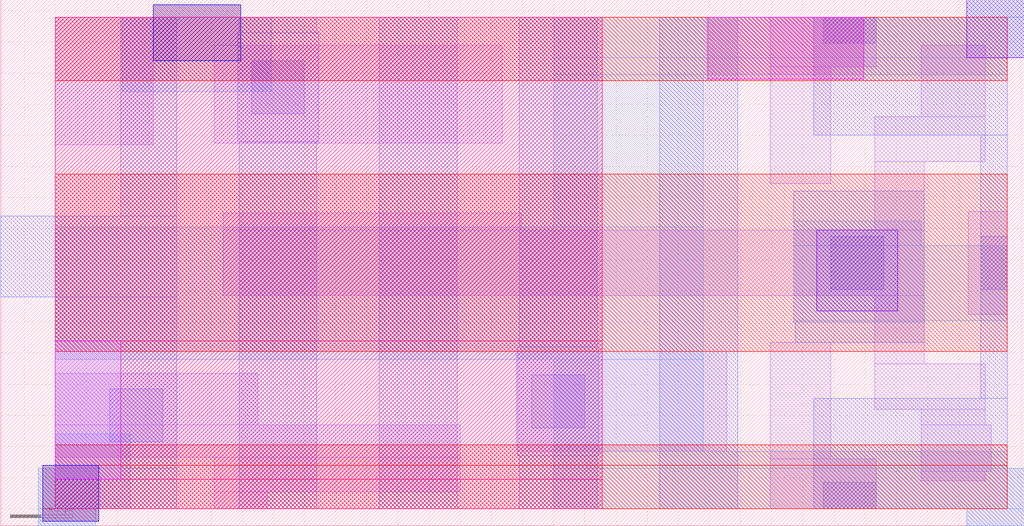
<source format=lef>
# Copyright 2020 The SkyWater PDK Authors
#
# Licensed under the Apache License, Version 2.0 (the "License");
# you may not use this file except in compliance with the License.
# You may obtain a copy of the License at
#
#     https://www.apache.org/licenses/LICENSE-2.0
#
# Unless required by applicable law or agreed to in writing, software
# distributed under the License is distributed on an "AS IS" BASIS,
# WITHOUT WARRANTIES OR CONDITIONS OF ANY KIND, either express or implied.
# See the License for the specific language governing permissions and
# limitations under the License.
#
# SPDX-License-Identifier: Apache-2.0

VERSION 5.7 ;
  NOWIREEXTENSIONATPIN ON ;
  DIVIDERCHAR "/" ;
  BUSBITCHARS "[]" ;
MACRO sky130_fd_bd_sram__sram_dp_swldrv_opt3bi
  CLASS BLOCK ;
  FOREIGN sky130_fd_bd_sram__sram_dp_swldrv_opt3bi ;
  ORIGIN  0.175000  0.055000 ;
  SIZE  3.285000 BY  1.690000 ;
  OBS
    LAYER li1 ;
      RECT 0.000000 0.165000 1.300000 0.270000 ;
      RECT 0.000000 0.270000 0.650000 0.435000 ;
      RECT 0.000000 1.170000 0.315000 1.580000 ;
      RECT 0.510000 0.000000 0.680000 0.055000 ;
      RECT 0.510000 0.055000 1.300000 0.165000 ;
      RECT 0.510000 1.175000 1.435000 1.490000 ;
      RECT 0.540000 0.685000 2.790000 0.895000 ;
      RECT 0.540000 0.895000 1.495000 0.950000 ;
      RECT 1.480000 0.185000 2.155000 0.505000 ;
      RECT 2.295000 0.000000 2.635000 0.160000 ;
      RECT 2.295000 0.160000 2.490000 0.535000 ;
      RECT 2.295000 1.045000 2.490000 1.420000 ;
      RECT 2.295000 1.420000 2.635000 1.580000 ;
      RECT 2.630000 0.320000 2.985000 0.465000 ;
      RECT 2.630000 0.465000 2.790000 0.685000 ;
      RECT 2.630000 0.895000 2.790000 1.115000 ;
      RECT 2.630000 1.115000 2.985000 1.260000 ;
      RECT 2.780000 0.090000 2.985000 0.120000 ;
      RECT 2.780000 0.120000 3.005000 0.270000 ;
      RECT 2.780000 0.270000 2.985000 0.320000 ;
      RECT 2.780000 1.260000 2.985000 1.490000 ;
      RECT 2.930000 0.625000 3.055000 0.955000 ;
    LAYER mcon ;
      RECT 0.175000 0.215000 0.345000 0.385000 ;
      RECT 0.630000 1.270000 0.800000 1.440000 ;
      RECT 1.530000 0.260000 1.700000 0.430000 ;
      RECT 2.465000 0.000000 2.635000 0.085000 ;
      RECT 2.465000 1.495000 2.635000 1.580000 ;
      RECT 2.490000 0.705000 2.660000 0.875000 ;
      RECT 2.970000 0.705000 3.055000 0.875000 ;
    LAYER met1 ;
      RECT -0.175000  0.680000 0.390000 0.940000 ;
      RECT -0.055000 -0.055000 0.130000 0.000000 ;
      RECT -0.055000  0.000000 0.390000 0.130000 ;
      RECT  0.000000  0.130000 0.390000 0.680000 ;
      RECT  0.210000  0.940000 0.390000 1.580000 ;
      RECT  0.585000  1.180000 0.845000 1.530000 ;
      RECT  0.590000  0.000000 0.840000 1.180000 ;
      RECT  0.590000  1.530000 0.840000 1.580000 ;
      RECT  1.040000  0.000000 1.290000 1.580000 ;
      RECT  1.485000  0.170000 1.745000 0.520000 ;
      RECT  1.490000  0.000000 1.740000 0.170000 ;
      RECT  1.490000  0.520000 1.740000 1.580000 ;
      RECT  1.940000  0.000000 2.190000 1.580000 ;
      RECT  2.370000  0.600000 2.790000 1.020000 ;
      RECT  2.375000  0.535000 2.790000 0.600000 ;
      RECT  2.435000  0.000000 3.110000 0.130000 ;
      RECT  2.435000  0.130000 3.055000 0.355000 ;
      RECT  2.435000  1.200000 3.055000 1.450000 ;
      RECT  2.435000  1.450000 3.110000 1.580000 ;
      RECT  2.925000 -0.055000 3.110000 0.000000 ;
      RECT  2.925000  1.580000 3.110000 1.635000 ;
      RECT  2.970000  0.355000 3.055000 1.200000 ;
    LAYER met2 ;
      RECT -0.055000 -0.055000 0.130000 -0.040000 ;
      RECT -0.055000 -0.040000 0.140000  0.000000 ;
      RECT -0.055000  0.000000 0.240000  0.130000 ;
      RECT -0.040000  0.130000 0.240000  0.140000 ;
      RECT  0.000000  0.140000 0.240000  0.240000 ;
      RECT  0.000000  0.480000 2.080000  0.905000 ;
      RECT  0.215000  1.340000 0.695000  1.580000 ;
      RECT  0.315000  1.580000 0.595000  1.620000 ;
      RECT  1.600000  0.000000 3.110000  0.130000 ;
      RECT  1.600000  0.130000 3.055000  0.185000 ;
      RECT  1.600000  0.185000 2.080000  0.480000 ;
      RECT  1.600000  0.905000 2.080000  1.395000 ;
      RECT  1.600000  1.395000 3.055000  1.450000 ;
      RECT  1.600000  1.450000 3.110000  1.580000 ;
      RECT  2.370000  0.605000 3.055000  0.845000 ;
      RECT  2.370000  0.845000 2.780000  0.925000 ;
      RECT  2.925000 -0.055000 3.110000  0.000000 ;
      RECT  2.925000  1.580000 3.110000  1.635000 ;
    LAYER met3 ;
      RECT -0.040000 -0.040000 0.140000 0.000000 ;
      RECT -0.040000  0.000000 3.055000 0.140000 ;
      RECT  0.000000  0.140000 3.055000 0.205000 ;
      RECT  0.000000  0.505000 3.055000 1.075000 ;
      RECT  0.000000  1.375000 3.055000 1.580000 ;
      RECT  0.315000  1.580000 0.595000 1.620000 ;
    LAYER nwell ;
      RECT 0.000000 0.000000 1.755000 0.095000 ;
      RECT 0.210000 0.095000 1.755000 0.540000 ;
    LAYER nwell ;
      RECT 0.000000 0.540000 1.755000 1.580000 ;
    LAYER pwell ;
      RECT 0.000000 0.095000 0.210000 0.540000 ;
      RECT 2.095000 1.380000 2.595000 1.580000 ;
    LAYER via ;
      RECT 2.445000 0.635000 2.705000 0.895000 ;
      RECT 2.925000 1.450000 3.110000 1.635000 ;
    LAYER via2 ;
      RECT -0.040000 -0.040000 0.140000 0.140000 ;
      RECT  0.315000  1.440000 0.595000 1.620000 ;
  END
END sky130_fd_bd_sram__sram_dp_swldrv_opt3bi
END LIBRARY

</source>
